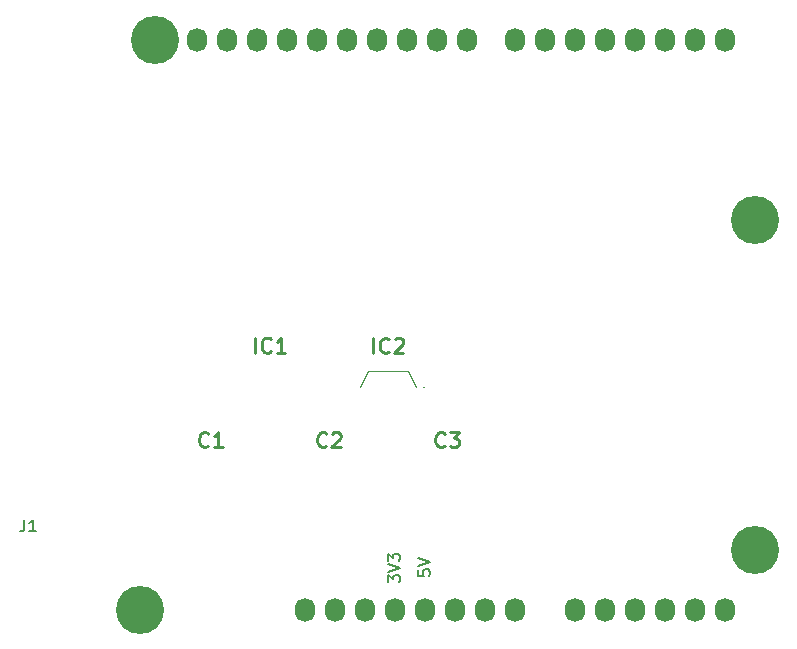
<source format=gbr>
%TF.GenerationSoftware,KiCad,Pcbnew,6.0.0-d3dd2cf0fa~116~ubuntu21.10.1*%
%TF.CreationDate,2022-01-02T16:32:20-05:00*%
%TF.ProjectId,ardustack-power,61726475-7374-4616-936b-2d706f776572,rev?*%
%TF.SameCoordinates,Original*%
%TF.FileFunction,Legend,Top*%
%TF.FilePolarity,Positive*%
%FSLAX46Y46*%
G04 Gerber Fmt 4.6, Leading zero omitted, Abs format (unit mm)*
G04 Created by KiCad (PCBNEW 6.0.0-d3dd2cf0fa~116~ubuntu21.10.1) date 2022-01-02 16:32:20*
%MOMM*%
%LPD*%
G01*
G04 APERTURE LIST*
%ADD10C,0.150000*%
%ADD11C,0.254000*%
%ADD12C,0.100000*%
%ADD13O,1.727200X2.032000*%
%ADD14C,4.064000*%
G04 APERTURE END LIST*
D10*
X148550380Y-120475476D02*
X148550380Y-120951666D01*
X149026571Y-120999285D01*
X148978952Y-120951666D01*
X148931333Y-120856428D01*
X148931333Y-120618333D01*
X148978952Y-120523095D01*
X149026571Y-120475476D01*
X149121809Y-120427857D01*
X149359904Y-120427857D01*
X149455142Y-120475476D01*
X149502761Y-120523095D01*
X149550380Y-120618333D01*
X149550380Y-120856428D01*
X149502761Y-120951666D01*
X149455142Y-120999285D01*
X148550380Y-120142142D02*
X149550380Y-119808809D01*
X148550380Y-119475476D01*
X146010380Y-121523095D02*
X146010380Y-120904047D01*
X146391333Y-121237380D01*
X146391333Y-121094523D01*
X146438952Y-120999285D01*
X146486571Y-120951666D01*
X146581809Y-120904047D01*
X146819904Y-120904047D01*
X146915142Y-120951666D01*
X146962761Y-120999285D01*
X147010380Y-121094523D01*
X147010380Y-121380238D01*
X146962761Y-121475476D01*
X146915142Y-121523095D01*
X146010380Y-120618333D02*
X147010380Y-120285000D01*
X146010380Y-119951666D01*
X146010380Y-119713571D02*
X146010380Y-119094523D01*
X146391333Y-119427857D01*
X146391333Y-119285000D01*
X146438952Y-119189761D01*
X146486571Y-119142142D01*
X146581809Y-119094523D01*
X146819904Y-119094523D01*
X146915142Y-119142142D01*
X146962761Y-119189761D01*
X147010380Y-119285000D01*
X147010380Y-119570714D01*
X146962761Y-119665952D01*
X146915142Y-119713571D01*
D11*
%TO.C,C2*%
X140788333Y-109953571D02*
X140727857Y-110014047D01*
X140546428Y-110074523D01*
X140425476Y-110074523D01*
X140244047Y-110014047D01*
X140123095Y-109893095D01*
X140062619Y-109772142D01*
X140002142Y-109530238D01*
X140002142Y-109348809D01*
X140062619Y-109106904D01*
X140123095Y-108985952D01*
X140244047Y-108865000D01*
X140425476Y-108804523D01*
X140546428Y-108804523D01*
X140727857Y-108865000D01*
X140788333Y-108925476D01*
X141272142Y-108925476D02*
X141332619Y-108865000D01*
X141453571Y-108804523D01*
X141755952Y-108804523D01*
X141876904Y-108865000D01*
X141937380Y-108925476D01*
X141997857Y-109046428D01*
X141997857Y-109167380D01*
X141937380Y-109348809D01*
X141211666Y-110074523D01*
X141997857Y-110074523D01*
D10*
%TO.C,J1*%
X115216666Y-116202380D02*
X115216666Y-116916666D01*
X115169047Y-117059523D01*
X115073809Y-117154761D01*
X114930952Y-117202380D01*
X114835714Y-117202380D01*
X116216666Y-117202380D02*
X115645238Y-117202380D01*
X115930952Y-117202380D02*
X115930952Y-116202380D01*
X115835714Y-116345238D01*
X115740476Y-116440476D01*
X115645238Y-116488095D01*
D11*
%TO.C,IC1*%
X134760238Y-102074523D02*
X134760238Y-100804523D01*
X136090714Y-101953571D02*
X136030238Y-102014047D01*
X135848809Y-102074523D01*
X135727857Y-102074523D01*
X135546428Y-102014047D01*
X135425476Y-101893095D01*
X135365000Y-101772142D01*
X135304523Y-101530238D01*
X135304523Y-101348809D01*
X135365000Y-101106904D01*
X135425476Y-100985952D01*
X135546428Y-100865000D01*
X135727857Y-100804523D01*
X135848809Y-100804523D01*
X136030238Y-100865000D01*
X136090714Y-100925476D01*
X137300238Y-102074523D02*
X136574523Y-102074523D01*
X136937380Y-102074523D02*
X136937380Y-100804523D01*
X136816428Y-100985952D01*
X136695476Y-101106904D01*
X136574523Y-101167380D01*
%TO.C,IC2*%
X144760238Y-102099523D02*
X144760238Y-100829523D01*
X146090714Y-101978571D02*
X146030238Y-102039047D01*
X145848809Y-102099523D01*
X145727857Y-102099523D01*
X145546428Y-102039047D01*
X145425476Y-101918095D01*
X145365000Y-101797142D01*
X145304523Y-101555238D01*
X145304523Y-101373809D01*
X145365000Y-101131904D01*
X145425476Y-101010952D01*
X145546428Y-100890000D01*
X145727857Y-100829523D01*
X145848809Y-100829523D01*
X146030238Y-100890000D01*
X146090714Y-100950476D01*
X146574523Y-100950476D02*
X146635000Y-100890000D01*
X146755952Y-100829523D01*
X147058333Y-100829523D01*
X147179285Y-100890000D01*
X147239761Y-100950476D01*
X147300238Y-101071428D01*
X147300238Y-101192380D01*
X147239761Y-101373809D01*
X146514047Y-102099523D01*
X147300238Y-102099523D01*
%TO.C,C1*%
X130788333Y-109953571D02*
X130727857Y-110014047D01*
X130546428Y-110074523D01*
X130425476Y-110074523D01*
X130244047Y-110014047D01*
X130123095Y-109893095D01*
X130062619Y-109772142D01*
X130002142Y-109530238D01*
X130002142Y-109348809D01*
X130062619Y-109106904D01*
X130123095Y-108985952D01*
X130244047Y-108865000D01*
X130425476Y-108804523D01*
X130546428Y-108804523D01*
X130727857Y-108865000D01*
X130788333Y-108925476D01*
X131997857Y-110074523D02*
X131272142Y-110074523D01*
X131635000Y-110074523D02*
X131635000Y-108804523D01*
X131514047Y-108985952D01*
X131393095Y-109106904D01*
X131272142Y-109167380D01*
%TO.C,C3*%
X150788333Y-109953571D02*
X150727857Y-110014047D01*
X150546428Y-110074523D01*
X150425476Y-110074523D01*
X150244047Y-110014047D01*
X150123095Y-109893095D01*
X150062619Y-109772142D01*
X150002142Y-109530238D01*
X150002142Y-109348809D01*
X150062619Y-109106904D01*
X150123095Y-108985952D01*
X150244047Y-108865000D01*
X150425476Y-108804523D01*
X150546428Y-108804523D01*
X150727857Y-108865000D01*
X150788333Y-108925476D01*
X151211666Y-108804523D02*
X151997857Y-108804523D01*
X151574523Y-109288333D01*
X151755952Y-109288333D01*
X151876904Y-109348809D01*
X151937380Y-109409285D01*
X151997857Y-109530238D01*
X151997857Y-109832619D01*
X151937380Y-109953571D01*
X151876904Y-110014047D01*
X151755952Y-110074523D01*
X151393095Y-110074523D01*
X151272142Y-110014047D01*
X151211666Y-109953571D01*
D12*
%TO.C,IC2*%
X147715000Y-103650000D02*
X148400000Y-105000000D01*
X143600000Y-105000000D02*
X144285000Y-103650000D01*
X149079000Y-104995000D02*
X149079000Y-104995000D01*
X144285000Y-103650000D02*
X147715000Y-103650000D01*
X148977000Y-104995000D02*
X148977000Y-104995000D01*
X148977000Y-104995000D02*
G75*
G03*
X149079000Y-104995000I51000J0D01*
G01*
X149079000Y-104995000D02*
G75*
G03*
X148977000Y-104995000I-51000J0D01*
G01*
%TD*%
D13*
%TO.C,P1*%
X138938000Y-123825000D03*
X141478000Y-123825000D03*
X144018000Y-123825000D03*
X146558000Y-123825000D03*
X149098000Y-123825000D03*
X151638000Y-123825000D03*
X154178000Y-123825000D03*
X156718000Y-123825000D03*
%TD*%
%TO.C,P2*%
X161798000Y-123825000D03*
X164338000Y-123825000D03*
X166878000Y-123825000D03*
X169418000Y-123825000D03*
X171958000Y-123825000D03*
X174498000Y-123825000D03*
%TD*%
%TO.C,P3*%
X129794000Y-75565000D03*
X132334000Y-75565000D03*
X134874000Y-75565000D03*
X137414000Y-75565000D03*
X139954000Y-75565000D03*
X142494000Y-75565000D03*
X145034000Y-75565000D03*
X147574000Y-75565000D03*
X150114000Y-75565000D03*
X152654000Y-75565000D03*
%TD*%
%TO.C,P4*%
X156718000Y-75565000D03*
X159258000Y-75565000D03*
X161798000Y-75565000D03*
X164338000Y-75565000D03*
X166878000Y-75565000D03*
X169418000Y-75565000D03*
X171958000Y-75565000D03*
X174498000Y-75565000D03*
%TD*%
D14*
%TO.C,P5*%
X124968000Y-123825000D03*
%TD*%
%TO.C,P6*%
X177038000Y-118745000D03*
%TD*%
%TO.C,P7*%
X126238000Y-75565000D03*
%TD*%
%TO.C,P8*%
X177038000Y-90805000D03*
%TD*%
M02*

</source>
